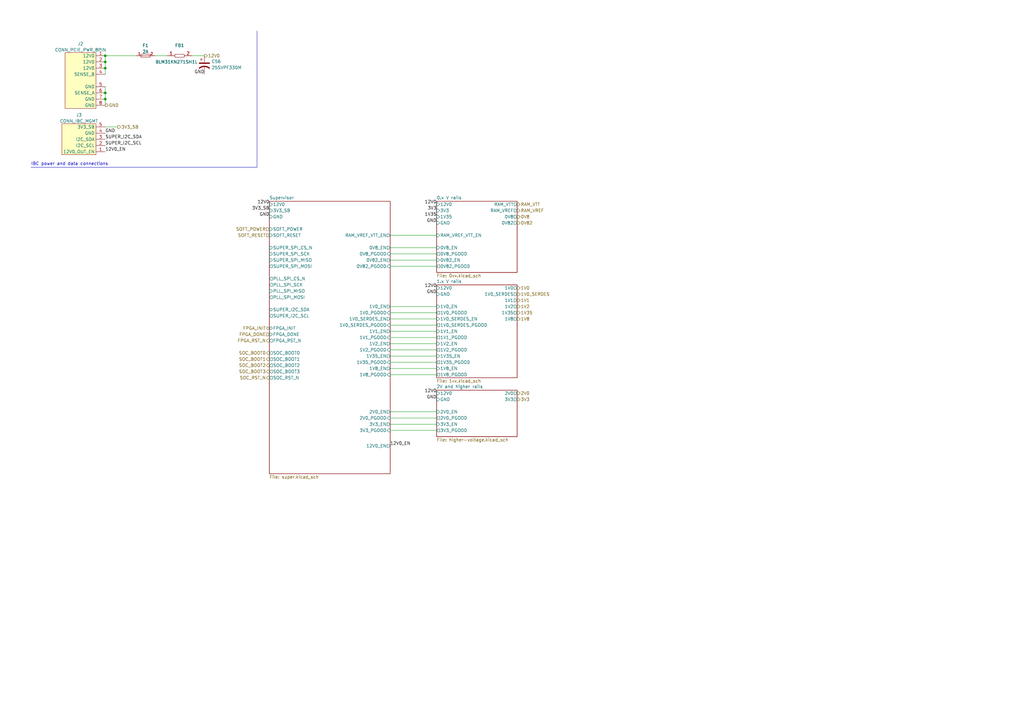
<source format=kicad_sch>
(kicad_sch (version 20231120) (generator "eeschema") (generator_version "8.0")
  (paper "A3")
  (title_block (title "AYRTON Main Board") (date "2024-11-21") (rev "0.1") (company "Antikernel Labs") (comment 1 "Andrew D. Zonenberg") (comment 2 "Top level of power supply"))
  (lib_symbols
    (symbol "device:CP1" (pin_numbers hide) (pin_names (offset 0.254) hide)
      (property "Reference" "C" (at 0.635 2.54 0))
      (property "Value" "CP1" (at 0.635 -2.54 0))
      (symbol "CP1_0_1"
        (polyline (pts (xy -2.032 0.762) (xy 2.032 0.762)) (stroke (width 0.508)))
        (polyline (pts (xy -1.778 2.286) (xy -0.762 2.286)))
        (polyline (pts (xy -1.27 1.778) (xy -1.27 2.794)))
        (arc (start 2.032 -1.27) (mid 0 -0.5572) (end -2.032 -1.27) (stroke (width 0.508)))
      )
      (symbol "CP1_1_1"
        (pin passive line (at 0 3.81 270) (length 2.794) (name "~") (number "1"))
        (pin passive line (at 0 -3.81 90) (length 3.302) (name "~") (number "2"))
      )
    )
    (symbol "passive-azonenberg:FERRITE_SMALL2" (pin_names (offset 1.016))
      (property "Reference" "FB" (at 0 2.54 0))
      (property "Value" "FERRITE_SMALL2" (at 0 -2.54 0))
      (symbol "FERRITE_SMALL2_0_1"
        (rectangle (start -1.905 0.635) (end 1.905 -0.635))
      )
      (symbol "FERRITE_SMALL2_1_1"
        (pin input line (at -5.08 0 0) (length 3.175) (name "~") (number "1"))
        (pin power_out line (at 5.08 0 180) (length 3.175) (name "~") (number "2"))
      )
    )
    (symbol "power-azonenberg:CONN_IBC_MGMT_DEVICE"
      (property "Reference" "J" (at 0 -1.27 0))
      (property "Value" "CONN_IBC_MGMT_DEVICE" (at 0 -3.81 0))
      (symbol "CONN_IBC_MGMT_DEVICE_0_1"
        (rectangle (start 0 12.7) (end -13.97 0) (stroke (width 0.1524)) (fill (type background)))
      )
      (symbol "CONN_IBC_MGMT_DEVICE_1_1"
        (pin input line (at 3.81 1.27 180) (length 3.81) (name "12V0_OUT_EN") (number "1"))
        (pin bidirectional line (at 3.81 3.81 180) (length 3.81) (name "I2C_SCL") (number "2"))
        (pin bidirectional line (at 3.81 6.35 180) (length 3.81) (name "I2C_SDA") (number "3"))
        (pin power_in line (at 3.81 8.89 180) (length 3.81) (name "GND") (number "4"))
        (pin power_out line (at 3.81 11.43 180) (length 3.81) (name "3V3_SB") (number "5"))
      )
    )
    (symbol "power-azonenberg:CONN_PCIE_PWR_8PIN"
      (property "Reference" "J" (at 0 -1.27 0))
      (property "Value" "CONN_PCIE_PWR_8PIN" (at 0 -3.81 0))
      (symbol "CONN_PCIE_PWR_8PIN_0_1"
        (rectangle (start -12.7 22.86) (end 0 0) (stroke (width 0.1524)) (fill (type background)))
      )
      (symbol "CONN_PCIE_PWR_8PIN_1_1"
        (pin power_out line (at 3.81 21.59 180) (length 3.81) (name "12V0") (number "1"))
        (pin power_in line (at 3.81 19.05 180) (length 3.81) (name "12V0") (number "2"))
        (pin power_in line (at 3.81 16.51 180) (length 3.81) (name "12V0") (number "3"))
        (pin power_in line (at 3.81 13.97 180) (length 3.81) (name "SENSE_B") (number "4"))
        (pin power_out line (at 3.81 8.89 180) (length 3.81) (name "GND") (number "5"))
        (pin power_in line (at 3.81 6.35 180) (length 3.81) (name "SENSE_A") (number "6"))
        (pin power_in line (at 3.81 3.81 180) (length 3.81) (name "GND") (number "7"))
        (pin power_in line (at 3.81 1.27 180) (length 3.81) (name "GND") (number "8"))
      )
    )
    (symbol "power-azonenberg:FUSE_PWROUT_2" (pin_names (offset 0.254))
      (property "Reference" "F" (at 4.445 1.27 0))
      (property "Value" "FUSE_PWROUT_2" (at -0.635 -1.905 0))
      (symbol "FUSE_PWROUT_2_0_1"
        (rectangle (start -1.905 0.635) (end 1.905 -0.635))
        (polyline (pts (xy 1.905 0) (xy -1.905 0)))
      )
      (symbol "FUSE_PWROUT_2_1_1"
        (pin power_in line (at -3.81 0 0) (length 2.54) (name "~") (number "1"))
        (pin power_out line (at 3.81 0 180) (length 2.54) (name "~") (number "2"))
      )
    )
  )
  (junction (at 43.18 38.1))
  (junction (at 43.18 27.94))
  (junction (at 43.18 40.64))
  (junction (at 43.18 25.4))
  (junction (at 43.18 22.86))
  (wire (pts (xy 160.02 173.99) (xy 179.07 173.99)))
  (wire (pts (xy 160.02 146.05) (xy 179.07 146.05)))
  (wire (pts (xy 160.02 106.68) (xy 179.07 106.68)))
  (wire (pts (xy 160.02 109.22) (xy 179.07 109.22)))
  (wire (pts (xy 43.18 25.4) (xy 43.18 27.94)))
  (wire (pts (xy 160.02 151.13) (xy 179.07 151.13)))
  (polyline (pts (xy 105.41 12.7) (xy 105.41 68.58)))
  (wire (pts (xy 43.18 52.07) (xy 48.26 52.07)))
  (wire (pts (xy 160.02 104.14) (xy 179.07 104.14)))
  (wire (pts (xy 160.02 96.52) (xy 179.07 96.52)))
  (wire (pts (xy 43.18 38.1) (xy 43.18 40.64)))
  (polyline (pts (xy 12.7 68.58) (xy 105.41 68.58)))
  (wire (pts (xy 160.02 128.27) (xy 179.07 128.27)))
  (wire (pts (xy 160.02 133.35) (xy 179.07 133.35)))
  (wire (pts (xy 160.02 138.43) (xy 179.07 138.43)))
  (wire (pts (xy 160.02 171.45) (xy 179.07 171.45)))
  (wire (pts (xy 43.18 22.86) (xy 43.18 25.4)))
  (wire (pts (xy 160.02 125.73) (xy 179.07 125.73)))
  (wire (pts (xy 160.02 153.67) (xy 179.07 153.67)))
  (wire (pts (xy 160.02 168.91) (xy 179.07 168.91)))
  (wire (pts (xy 160.02 101.6) (xy 179.07 101.6)))
  (wire (pts (xy 43.18 27.94) (xy 43.18 30.48)))
  (wire (pts (xy 160.02 140.97) (xy 179.07 140.97)))
  (wire (pts (xy 55.88 22.86) (xy 43.18 22.86)))
  (wire (pts (xy 43.18 40.64) (xy 43.18 43.18)))
  (wire (pts (xy 160.02 143.51) (xy 179.07 143.51)))
  (wire (pts (xy 63.5 22.86) (xy 68.58 22.86)))
  (wire (pts (xy 160.02 130.81) (xy 179.07 130.81)))
  (wire (pts (xy 160.02 176.53) (xy 179.07 176.53)))
  (wire (pts (xy 160.02 135.89) (xy 179.07 135.89)))
  (wire (pts (xy 43.18 35.56) (xy 43.18 38.1)))
  (wire (pts (xy 78.74 22.86) (xy 83.82 22.86)))
  (wire (pts (xy 160.02 148.59) (xy 179.07 148.59)))
  (text "IBC power and data connections" (at 12.7 67.31 0) (effects (font (size 1.27 1.27)) (justify left)))
  (label "12V0_EN" (at 160.02 182.88 0))
  (label "12V0" (at 179.07 83.82 180))
  (label "GND" (at 179.07 120.65 180))
  (label "3V3" (at 179.07 86.36 180))
  (label "SUPER_I2C_SCL" (at 43.18 59.69 0))
  (label "GND" (at 179.07 163.83 180))
  (label "GND" (at 179.07 91.44 180))
  (label "1V35" (at 179.07 88.9 180))
  (label "12V0" (at 179.07 161.29 180))
  (label "GND" (at 110.49 88.9 180))
  (label "12V0_EN" (at 43.18 62.23 0))
  (label "3V3_SB" (at 110.49 86.36 180))
  (label "12V0" (at 179.07 118.11 180))
  (label "GND" (at 43.18 54.61 0))
  (label "GND" (at 83.82 30.48 180))
  (label "SUPER_I2C_SDA" (at 43.18 57.15 0))
  (label "12V0" (at 110.49 83.82 180))
  (hierarchical_label "0V8" (shape output) (at 212.09 88.9 0))
  (hierarchical_label "1V8" (shape output) (at 212.09 130.81 0))
  (hierarchical_label "RAM_VREF" (shape output) (at 212.09 86.36 0))
  (hierarchical_label "3V3" (shape output) (at 212.09 163.83 0))
  (hierarchical_label "1V2" (shape output) (at 212.09 125.73 0))
  (hierarchical_label "SOC_BOOT2" (shape output) (at 110.49 149.86 180))
  (hierarchical_label "1V0" (shape output) (at 212.09 118.11 0))
  (hierarchical_label "3V3_SB" (shape output) (at 48.26 52.07 0))
  (hierarchical_label "SOFT_POWER" (shape input) (at 110.49 93.98 180))
  (hierarchical_label "2V0" (shape output) (at 212.09 161.29 0))
  (hierarchical_label "RAM_VTT" (shape output) (at 212.09 83.82 0))
  (hierarchical_label "SOC_RST_N" (shape output) (at 110.49 154.94 180))
  (hierarchical_label "GND" (shape output) (at 43.18 43.18 0))
  (hierarchical_label "SOFT_RESET" (shape input) (at 110.49 96.52 180))
  (hierarchical_label "SOC_BOOT3" (shape output) (at 110.49 152.4 180))
  (hierarchical_label "12V0" (shape output) (at 83.82 22.86 0))
  (hierarchical_label "1V1" (shape output) (at 212.09 123.19 0))
  (hierarchical_label "FPGA_RST_N" (shape output) (at 110.49 139.7 180))
  (hierarchical_label "SOC_BOOT0" (shape output) (at 110.49 144.78 180))
  (hierarchical_label "SOC_BOOT1" (shape output) (at 110.49 147.32 180))
  (hierarchical_label "1V35" (shape output) (at 212.09 128.27 0))
  (hierarchical_label "1V0_SERDES" (shape output) (at 212.09 120.65 0))
  (hierarchical_label "FPGA_INIT" (shape bidirectional) (at 110.49 134.62 180))
  (hierarchical_label "0V82" (shape output) (at 212.09 91.44 0))
  (hierarchical_label "FPGA_DONE" (shape input) (at 110.49 137.16 180))
  (symbol (lib_id "power-azonenberg:FUSE_PWROUT_2") (at 59.69 22.86 0) (unit 1)
    (property "Reference" "F1" (at 59.69 18.6522 0))
    (property "Value" "2A" (at 59.69 21.1891 0))
    (property "Footprint" "azonenberg_pcb:EIA_0603_CAP_NOSILK" (effects (hide yes)))
  )
  (symbol (lib_id "power-azonenberg:CONN_PCIE_PWR_8PIN") (at 39.37 44.45 0) (unit 1)
    (property "Reference" "J2" (at 33.02 17.941 0))
    (property "Value" "CONN_PCIE_PWR_8PIN" (at 33.02 20.4779 0))
    (property "Footprint" "azonenberg_pcb:CONN_MOLEX_MINIFITJR_8POS_0039291087" (effects (hide yes)))
  )
  (symbol (lib_id "passive-azonenberg:FERRITE_SMALL2") (at 73.66 22.86 0) (unit 1)
    (property "Reference" "FB1" (at 73.66 18.6522 0))
    (property "Value" "BLM31KN271SH1L" (at 72.39 25.4 0))
    (property "Footprint" "azonenberg_pcb:EIA_1206_CAP_NOSILK" (effects (hide yes)))
  )
  (symbol (lib_id "device:CP1") (at 83.82 26.67 0) (unit 1)
    (property "Reference" "C56" (at 86.741 25.2003 0) (effects (justify left)))
    (property "Value" "25SVPF330M" (at 86.741 27.7372 0) (effects (justify left)))
    (property "Footprint" "azonenberg_pcb:CAP_AL_10MM_SMT" (effects (hide yes)))
  )
  (symbol (lib_id "power-azonenberg:CONN_IBC_MGMT_DEVICE") (at 39.37 63.5 0) (unit 1)
    (property "Reference" "J3" (at 32.385 47.151 0))
    (property "Value" "CONN_IBC_MGMT" (at 32.385 49.6879 0))
    (property "Footprint" "azonenberg_pcb:CONN_MOLEX_PICOBLADE_5POS_0532610571" (effects (hide yes)))
  )
  (sheet (at 179.07 82.55) (size 33.02 29.21) (stroke (width 0.1524))
    (property "Sheetname" "0.x V rails" (at 179.07 81.8384 0) (effects (justify left bottom)))
    (property "Sheetfile" "0vx.kicad_sch" (at 179.07 112.3446 0) (effects (justify left top)))
    (pin "RAM_VTT" output (at 212.09 83.82 0))
    (pin "RAM_VREF" output (at 212.09 86.36 0))
    (pin "GND" input (at 179.07 91.44 180))
    (pin "1V35" input (at 179.07 88.9 180))
    (pin "3V3" input (at 179.07 86.36 180))
    (pin "RAM_VREF_VTT_EN" input (at 179.07 96.52 180))
    (pin "0V82" output (at 212.09 91.44 0))
    (pin "0V8" output (at 212.09 88.9 0))
    (pin "12V0" input (at 179.07 83.82 180))
    (pin "0V8_PGOOD" output (at 179.07 104.14 180))
    (pin "0V82_PGOOD" output (at 179.07 109.22 180))
    (pin "0V8_EN" input (at 179.07 101.6 180))
    (pin "0V82_EN" input (at 179.07 106.68 180))
  )
  (sheet (at 179.07 160.02) (size 33.02 19.05) (stroke (width 0.1524))
    (property "Sheetname" "2V and higher rails" (at 179.07 159.3084 0) (effects (justify left bottom)))
    (property "Sheetfile" "higher-voltage.kicad_sch" (at 179.07 179.6546 0) (effects (justify left top)))
    (pin "3V3" output (at 212.09 163.83 0))
    (pin "2V0" output (at 212.09 161.29 0))
    (pin "3V3_EN" input (at 179.07 173.99 180))
    (pin "2V0_EN" input (at 179.07 168.91 180))
    (pin "2V0_PGOOD" output (at 179.07 171.45 180))
    (pin "3V3_PGOOD" output (at 179.07 176.53 180))
    (pin "12V0" input (at 179.07 161.29 180))
    (pin "GND" input (at 179.07 163.83 180))
  )
  (sheet (at 179.07 116.84) (size 33.02 38.1) (stroke (width 0.1524))
    (property "Sheetname" "1.x V rails" (at 179.07 116.1284 0) (effects (justify left bottom)))
    (property "Sheetfile" "1vx.kicad_sch" (at 179.07 155.5246 0) (effects (justify left top)))
    (pin "1V0_SERDES_EN" input (at 179.07 130.81 180))
    (pin "1V0" output (at 212.09 118.11 0))
    (pin "1V0_PGOOD" output (at 179.07 128.27 180))
    (pin "GND" input (at 179.07 120.65 180))
    (pin "1V0_EN" input (at 179.07 125.73 180))
    (pin "1V1_EN" input (at 179.07 135.89 180))
    (pin "1V0_SERDES" output (at 212.09 120.65 0))
    (pin "1V1_PGOOD" output (at 179.07 138.43 180))
    (pin "1V1" output (at 212.09 123.19 0))
    (pin "1V0_SERDES_PGOOD" output (at 179.07 133.35 180))
    (pin "12V0" input (at 179.07 118.11 180))
    (pin "1V35_EN" input (at 179.07 146.05 180))
    (pin "1V2_EN" input (at 179.07 140.97 180))
    (pin "1V35_PGOOD" output (at 179.07 148.59 180))
    (pin "1V35" output (at 212.09 128.27 0))
    (pin "1V8_PGOOD" output (at 179.07 153.67 180))
    (pin "1V8_EN" input (at 179.07 151.13 180))
    (pin "1V8" output (at 212.09 130.81 0))
    (pin "1V2" output (at 212.09 125.73 0))
    (pin "1V2_PGOOD" output (at 179.07 143.51 180))
  )
  (sheet (at 110.49 82.55) (size 49.53 111.76) (stroke (width 0.1524))
    (property "Sheetname" "Supervisor" (at 110.49 81.8384 0) (effects (justify left bottom)))
    (property "Sheetfile" "super.kicad_sch" (at 110.49 194.8946 0) (effects (justify left top)))
    (pin "3V3_SB" input (at 110.49 86.36 180))
    (pin "GND" input (at 110.49 88.9 180))
    (pin "12V0" input (at 110.49 83.82 180))
    (pin "SOFT_POWER" input (at 110.49 93.98 180))
    (pin "SOFT_RESET" input (at 110.49 96.52 180))
    (pin "SUPER_SPI_CS_N" input (at 110.49 101.6 180))
    (pin "SUPER_SPI_SCK" input (at 110.49 104.14 180))
    (pin "SUPER_SPI_MISO" input (at 110.49 106.68 180))
    (pin "SUPER_SPI_MOSI" output (at 110.49 109.22 180))
    (pin "0V82_PGOOD" input (at 160.02 109.22 0))
    (pin "1V2_PGOOD" input (at 160.02 143.51 0))
    (pin "1V35_PGOOD" input (at 160.02 148.59 0))
    (pin "1V8_PGOOD" input (at 160.02 153.67 0))
    (pin "RAM_VREF_VTT_EN" output (at 160.02 96.52 0))
    (pin "1V35_EN" output (at 160.02 146.05 0))
    (pin "0V82_EN" output (at 160.02 106.68 0))
    (pin "1V2_EN" output (at 160.02 140.97 0))
    (pin "0V8_EN" output (at 160.02 101.6 0))
    (pin "1V0_EN" output (at 160.02 125.73 0))
    (pin "1V0_SERDES_EN" output (at 160.02 130.81 0))
    (pin "1V1_EN" output (at 160.02 135.89 0))
    (pin "SUPER_I2C_SCL" output (at 110.49 129.54 180))
    (pin "SUPER_I2C_SDA" bidirectional (at 110.49 127 180))
    (pin "1V0_SERDES_PGOOD" input (at 160.02 133.35 0))
    (pin "FPGA_RST_N" output (at 110.49 139.7 180))
    (pin "FPGA_DONE" input (at 110.49 137.16 180))
    (pin "FPGA_INIT" bidirectional (at 110.49 134.62 180))
    (pin "PLL_SPI_MOSI" output (at 110.49 121.92 180))
    (pin "PLL_SPI_MISO" input (at 110.49 119.38 180))
    (pin "PLL_SPI_CS_N" output (at 110.49 114.3 180))
    (pin "PLL_SPI_SCK" output (at 110.49 116.84 180))
    (pin "12V0_EN" output (at 160.02 182.88 0))
    (pin "1V8_EN" output (at 160.02 151.13 0))
    (pin "3V3_EN" output (at 160.02 173.99 0))
    (pin "SOC_BOOT2" output (at 110.49 149.86 180))
    (pin "SOC_BOOT0" output (at 110.49 144.78 180))
    (pin "SOC_BOOT1" output (at 110.49 147.32 180))
    (pin "SOC_BOOT3" output (at 110.49 152.4 180))
    (pin "SOC_RST_N" output (at 110.49 154.94 180))
    (pin "0V8_PGOOD" input (at 160.02 104.14 0))
    (pin "3V3_PGOOD" input (at 160.02 176.53 0))
    (pin "1V0_PGOOD" input (at 160.02 128.27 0))
    (pin "1V1_PGOOD" input (at 160.02 138.43 0))
    (pin "2V0_EN" output (at 160.02 168.91 0))
    (pin "2V0_PGOOD" input (at 160.02 171.45 0))
  )
)
</source>
